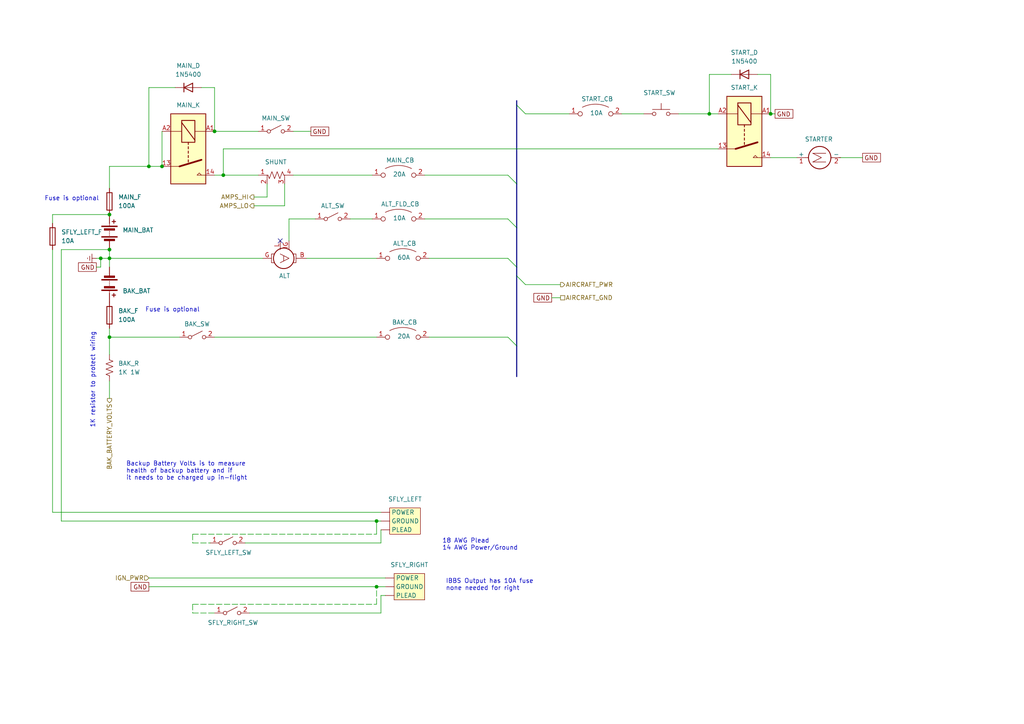
<source format=kicad_sch>
(kicad_sch (version 20250114) (generator "eeschema") (generator_version "9.0")
  (paper "A4")
  (title_block (title "Lycoming") (date "2025-11-01") (rev "1.1"))
  (lib_symbols
    (symbol "Device:Battery" (pin_numbers (hide yes)) (pin_names (offset 0) (hide yes))
      (property "Reference" "BT" (at 2.54 2.54 0))
      (property "Value" "Battery" (at 2.54 0 0))
      (symbol "Battery_0_1"
        (rectangle (start -2.286 1.778) (end 2.286 1.524) (fill (type outline)))
        (rectangle (start -2.286 -1.27) (end 2.286 -1.524) (fill (type outline)))
        (rectangle (start -1.524 1.016) (end 1.524 0.508) (fill (type outline)))
        (rectangle (start -1.524 -2.032) (end 1.524 -2.54) (fill (type outline)))
        (polyline (pts (xy 0 1.778) (xy 0 2.54)))
        (polyline (pts (xy 0 0) (xy 0 0.254)))
        (polyline (pts (xy 0 -0.508) (xy 0 -0.254)))
        (polyline (pts (xy 0 -1.016) (xy 0 -0.762)))
        (polyline (pts (xy 0.762 3.048) (xy 1.778 3.048)) (stroke (width 0.254)))
        (polyline (pts (xy 1.27 3.556) (xy 1.27 2.54)) (stroke (width 0.254)))
      )
      (symbol "Battery_1_1"
        (pin passive line (at 0 5.08 270) (length 2.54) (name "+") (number "1"))
        (pin passive line (at 0 -5.08 90) (length 2.54) (name "-") (number "2"))
      )
    )
    (symbol "Device:CircuitBreaker_1P_US"
      (property "Reference" "CB" (at 3.175 -1.27 0))
      (property "Value" "CircuitBreaker_1P_US" (at 3.175 0.635 0))
      (symbol "CircuitBreaker_1P_US_0_1"
        (arc (start 1.905 3.81) (mid 2.8044 0) (end 1.905 -3.81))
        (circle (center 0 4.445) (radius 0.635))
        (circle (center 0 -4.445) (radius 0.635))
      )
      (symbol "CircuitBreaker_1P_US_1_1"
        (pin passive line (at 0 7.62 270) (length 2.54) (name "~") (number "1"))
        (pin passive line (at 0 -7.62 90) (length 2.54) (name "~") (number "2"))
      )
    )
    (symbol "Device:Fuse" (pin_numbers (hide yes)) (pin_names (offset 0))
      (property "Reference" "F" (at 2.032 0 90))
      (property "Value" "Fuse" (at -1.905 0 90))
      (symbol "Fuse_0_1"
        (rectangle (start -0.762 -2.54) (end 0.762 2.54) (stroke (width 0.254)))
        (polyline (pts (xy 0 2.54) (xy 0 -2.54)))
      )
      (symbol "Fuse_1_1"
        (pin passive line (at 0 3.81 270) (length 1.27) (name "~") (number "1"))
        (pin passive line (at 0 -3.81 90) (length 1.27) (name "~") (number "2"))
      )
    )
    (symbol "Device:R_Shunt_US" (pin_names (offset 0) (hide yes))
      (property "Reference" "R" (at -5.08 0 90))
      (property "Value" "R_Shunt_US" (at -3.048 0 90))
      (symbol "R_Shunt_US_1_1"
        (polyline (pts (xy 0 2.286) (xy 0 2.54)))
        (polyline (pts (xy 0 2.286) (xy 1.016 1.905) (xy 0 1.524) (xy -1.016 1.143) (xy 0 0.762)))
        (polyline (pts (xy 0 0.762) (xy 1.016 0.381) (xy 0 0) (xy -1.016 -0.381) (xy 0 -0.762)))
        (polyline (pts (xy 0 -0.762) (xy 1.016 -1.143) (xy 0 -1.524) (xy -1.016 -1.905) (xy 0 -2.286)))
        (polyline (pts (xy 0 -2.286) (xy 0 -2.54)))
        (polyline (pts (xy 0 -2.54) (xy 1.27 -2.54)))
        (polyline (pts (xy 1.27 2.54) (xy 0 2.54)))
        (pin passive line (at 0 5.08 270) (length 2.54) (name "~") (number "1"))
        (pin passive line (at 0 -5.08 90) (length 2.54) (name "~") (number "4"))
        (pin passive line (at 2.54 2.54 180) (length 1.27) (name "~") (number "2"))
        (pin passive line (at 2.54 -2.54 180) (length 1.27) (name "~") (number "3"))
      )
    )
    (symbol "Device:R_US" (pin_numbers (hide yes)) (pin_names (offset 0))
      (property "Reference" "R" (at 2.54 0 90))
      (property "Value" "R_US" (at -2.54 0 90))
      (symbol "R_US_0_1"
        (polyline (pts (xy 0 2.286) (xy 0 2.54)))
        (polyline (pts (xy 0 2.286) (xy 1.016 1.905) (xy 0 1.524) (xy -1.016 1.143) (xy 0 0.762)))
        (polyline (pts (xy 0 0.762) (xy 1.016 0.381) (xy 0 0) (xy -1.016 -0.381) (xy 0 -0.762)))
        (polyline (pts (xy 0 -0.762) (xy 1.016 -1.143) (xy 0 -1.524) (xy -1.016 -1.905) (xy 0 -2.286)))
        (polyline (pts (xy 0 -2.286) (xy 0 -2.54)))
      )
      (symbol "R_US_1_1"
        (pin passive line (at 0 3.81 270) (length 1.27) (name "~") (number "1"))
        (pin passive line (at 0 -3.81 90) (length 1.27) (name "~") (number "2"))
      )
    )
    (symbol "Diode:1N5400" (pin_numbers (hide yes)) (pin_names (hide yes))
      (property "Reference" "D" (at 0 2.54 0))
      (property "Value" "1N5400" (at 0 -2.54 0))
      (symbol "1N5400_0_1"
        (polyline (pts (xy -1.27 1.27) (xy -1.27 -1.27)) (stroke (width 0.254)))
        (polyline (pts (xy 1.27 1.27) (xy 1.27 -1.27) (xy -1.27 0) (xy 1.27 1.27)) (stroke (width 0.254)))
        (polyline (pts (xy 1.27 0) (xy -1.27 0)))
      )
      (symbol "1N5400_1_1"
        (pin passive line (at -3.81 0 0) (length 2.54) (name "K") (number "1"))
        (pin passive line (at 3.81 0 180) (length 2.54) (name "A") (number "2"))
      )
    )
    (symbol "Motor:Motor_DC" (pin_names (offset 0))
      (property "Reference" "M" (at 2.54 2.54 0))
      (property "Value" "Motor_DC" (at 2.54 -5.08 0))
      (symbol "Motor_DC_0_0"
        (polyline (pts (xy -1.27 -3.302) (xy -1.27 0.508) (xy 0 -2.032) (xy 1.27 0.508) (xy 1.27 -3.302)))
      )
      (symbol "Motor_DC_0_1"
        (polyline (pts (xy 0 2.032) (xy 0 2.54)))
        (polyline (pts (xy 0 1.7272) (xy 0 2.0828)))
        (circle (center 0 -1.524) (radius 3.2512) (stroke (width 0.254)))
        (polyline (pts (xy 0 -4.7752) (xy 0 -5.1816)))
        (polyline (pts (xy 0 -7.62) (xy 0 -7.112)))
      )
      (symbol "Motor_DC_1_1"
        (pin passive line (at 0 5.08 270) (length 2.54) (name "+") (number "1"))
        (pin passive line (at 0 -7.62 90) (length 2.54) (name "-") (number "2"))
      )
    )
    (symbol "Relay:Relay_SPST-NO"
      (property "Reference" "K" (at 11.43 3.81 0))
      (property "Value" "Relay_SPST-NO" (at 11.43 1.27 0))
      (symbol "Relay_SPST-NO_0_0"
        (polyline (pts (xy 7.62 5.08) (xy 7.62 2.54) (xy 6.985 3.175) (xy 7.62 3.81)))
      )
      (symbol "Relay_SPST-NO_0_1"
        (rectangle (start -10.16 5.08) (end 10.16 -5.08) (stroke (width 0.254)) (fill (type background)))
        (rectangle (start -8.255 1.905) (end -1.905 -1.905) (stroke (width 0.254)))
        (polyline (pts (xy -7.62 -1.905) (xy -2.54 1.905)) (stroke (width 0.254)))
        (polyline (pts (xy -5.08 5.08) (xy -5.08 1.905)))
        (polyline (pts (xy -5.08 -5.08) (xy -5.08 -1.905)))
        (polyline (pts (xy -1.905 0) (xy -1.27 0)) (stroke (width 0.254)))
        (polyline (pts (xy -0.635 0) (xy 0 0)) (stroke (width 0.254)))
        (polyline (pts (xy 0.635 0) (xy 1.27 0)) (stroke (width 0.254)))
        (polyline (pts (xy 1.905 0) (xy 2.54 0)) (stroke (width 0.254)))
        (polyline (pts (xy 3.175 0) (xy 3.81 0)) (stroke (width 0.254)))
        (polyline (pts (xy 5.08 -2.54) (xy 3.175 3.81)) (stroke (width 0.508)))
        (polyline (pts (xy 5.08 -2.54) (xy 5.08 -5.08)))
      )
      (symbol "Relay_SPST-NO_1_1"
        (pin passive line (at -5.08 7.62 270) (length 2.54) (name "~") (number "A1"))
        (pin passive line (at -5.08 -7.62 90) (length 2.54) (name "~") (number "A2"))
        (pin passive line (at 5.08 -7.62 90) (length 2.54) (name "~") (number "13"))
        (pin passive line (at 7.62 7.62 270) (length 2.54) (name "~") (number "14"))
      )
    )
    (symbol "SureFly_SIM_1"
      (property "Reference" "SureFly_SIM" (at 5.588 1.27 0))
      (symbol "SureFly_SIM_1_1_1"
        (rectangle (start 0 0) (end 8.89 -7.62) (fill (type background)))
        (pin power_in line (at 11.43 -1.27 180) (length 2.54) (name "POWER") (number ""))
        (pin passive line (at 11.43 -3.81 180) (length 2.54) (name "GROUND") (number ""))
        (pin passive line (at 11.43 -6.35 180) (length 2.54) (name "PLEAD") (number ""))
      )
    )
    (symbol "Switch:SW_Push" (pin_numbers (hide yes)) (pin_names (offset 1.016) (hide yes))
      (property "Reference" "SW" (at 1.27 2.54 0))
      (property "Value" "SW_Push" (at 0 -1.524 0))
      (symbol "SW_Push_0_1"
        (circle (center -2.032 0) (radius 0.508))
        (polyline (pts (xy 0 1.27) (xy 0 3.048)))
        (circle (center 2.032 0) (radius 0.508))
        (polyline (pts (xy 2.54 1.27) (xy -2.54 1.27)))
        (pin passive line (at -5.08 0 0) (length 2.54) (name "1") (number "1"))
        (pin passive line (at 5.08 0 180) (length 2.54) (name "2") (number "2"))
      )
    )
    (symbol "Switch:SW_SPST" (pin_names (offset 0) (hide yes))
      (property "Reference" "SW" (at 0 3.175 0))
      (property "Value" "SW_SPST" (at 0 -2.54 0))
      (symbol "SW_SPST_0_0"
        (circle (center -2.032 0) (radius 0.508))
        (polyline (pts (xy -1.524 0.254) (xy 1.524 1.778)))
        (circle (center 2.032 0) (radius 0.508))
      )
      (symbol "SW_SPST_1_1"
        (pin passive line (at -5.08 0 0) (length 2.54) (name "A") (number "1"))
        (pin passive line (at 5.08 0 180) (length 2.54) (name "B") (number "2"))
      )
    )
    (symbol "flyerx:Alternator_Regulated" (pin_names (offset 0))
      (property "Reference" "A" (at 2.54 2.54 0))
      (property "Value" "Alternator_Regulated" (at 2.54 -5.08 0))
      (symbol "Alternator_Regulated_0_0"
        (polyline (pts (xy -1.27 1.27) (xy -1.27 2.032) (xy 1.27 2.032) (xy 1.27 1.27)))
        (polyline (pts (xy -1.27 -4.318) (xy -1.27 -5.08) (xy 1.27 -5.08) (xy 1.27 -4.318)))
        (circle (center 0 -1.524) (radius 2.9718) (stroke (width 0.254)))
      )
      (symbol "Alternator_Regulated_0_1"
        (polyline (pts (xy -1.27 -2.54) (xy 0 0) (xy 1.27 -2.54)))
        (polyline (pts (xy -0.762 -1.524) (xy 0.762 -1.524)))
        (polyline (pts (xy 0 2.032) (xy 0 2.54)))
      )
      (symbol "Alternator_Regulated_1_1"
        (pin power_in line (at -5.08 0 0) (length 2.54) (name "") (number "IG"))
        (pin power_out line (at -5.08 -2.54 0) (length 2.54) (name "") (number "L"))
        (pin power_out line (at 0 5.08 270) (length 2.54) (name "") (number "B"))
        (pin passive line (at 0 -7.62 90) (length 2.54) (name "") (number "G"))
      )
    )
    (symbol "flyerx:SureFly_SIM"
      (property "Reference" "SureFly_SIM" (at 5.588 1.27 0))
      (symbol "SureFly_SIM_1_1"
        (rectangle (start 0 0) (end 8.89 -7.62) (fill (type background)))
        (pin power_in line (at 11.43 -1.27 180) (length 2.54) (name "POWER") (number ""))
        (pin passive line (at 11.43 -3.81 180) (length 2.54) (name "GROUND") (number ""))
        (pin passive line (at 11.43 -6.35 180) (length 2.54) (name "PLEAD") (number ""))
      )
    )
    (symbol "power:Earth" (power) (pin_numbers (hide yes)) (pin_names (offset 0) (hide yes))
      (property "Value" "Earth" (at 0 -3.81 0))
      (symbol "Earth_0_1"
        (polyline (pts (xy -0.635 -1.905) (xy 0.635 -1.905)))
        (polyline (pts (xy -0.127 -2.54) (xy 0.127 -2.54)))
        (polyline (pts (xy 0 -1.27) (xy 0 0)))
        (polyline (pts (xy 1.27 -1.27) (xy -1.27 -1.27)))
      )
      (symbol "Earth_1_1"
        (pin power_in line (at 0 0 270) (length 0) (name "~") (number "1"))
      )
    )
  )
  (text "IBBS Output has 10A fuse\nnone needed for right" (at 129.286 169.672 0) (effects (font (size 1.27 1.27)) (justify left)))
  (text "Backup Battery Volts is to measure\nhealth of backup battery and if\nit needs to be charged up in-flight" (at 36.576 139.446 0) (effects (font (size 1.27 1.27)) (justify left bottom)))
  (text "1K resistor to protect wiring" (at 26.924 110.236 90) (effects (font (size 1.27 1.27))))
  (text "Fuse is optional" (at 20.828 57.658 0) (effects (font (size 1.27 1.27))))
  (text "18 AWG Plead\n14 AWG Power/Ground" (at 128.27 157.988 0) (effects (font (size 1.27 1.27)) (justify left)))
  (text "Fuse is optional" (at 50.038 89.916 0) (effects (font (size 1.27 1.27))))
  (junction (at 43.18 48.26))
  (junction (at 46.99 48.26))
  (junction (at 29.21 74.93))
  (junction (at 109.22 151.13))
  (junction (at 31.75 72.39))
  (junction (at 109.22 170.18))
  (junction (at 31.75 62.23))
  (junction (at 31.75 97.79))
  (junction (at 62.23 38.1))
  (junction (at 64.77 50.8))
  (junction (at 223.52 33.02))
  (junction (at 31.75 74.93))
  (junction (at 205.74 33.02))
  (no_connect (at 81.28 69.85))
  (bus_entry (at 149.86 30.48) (size 2.54 2.54))
  (bus_entry (at 147.32 97.79) (size 2.54 2.54))
  (bus_entry (at 147.32 50.8) (size 2.54 2.54))
  (bus_entry (at 147.32 63.5) (size 2.54 2.54))
  (bus_entry (at 147.32 74.93) (size 2.54 2.54))
  (bus_entry (at 149.86 80.01) (size 2.54 2.54))
  (wire (pts (xy 123.19 63.5) (xy 147.32 63.5)))
  (wire (pts (xy 219.71 21.59) (xy 223.52 21.59)))
  (wire (pts (xy 196.85 33.02) (xy 205.74 33.02)))
  (wire (pts (xy 15.24 148.59) (xy 110.49 148.59)))
  (wire (pts (xy 85.09 50.8) (xy 107.95 50.8)))
  (wire (pts (xy 101.6 63.5) (xy 107.95 63.5)))
  (wire (pts (xy 31.75 97.79) (xy 31.75 95.25)))
  (wire (pts (xy 88.9 74.93) (xy 109.22 74.93)))
  (wire (pts (xy 17.78 72.39) (xy 31.75 72.39)))
  (wire (pts (xy 62.23 97.79) (xy 109.22 97.79)))
  (wire (pts (xy 71.12 157.48) (xy 110.49 157.48)))
  (wire (pts (xy 110.49 151.13) (xy 109.22 151.13)))
  (wire (pts (xy 205.74 33.02) (xy 208.28 33.02)))
  (wire (pts (xy 55.88 175.26) (xy 55.88 177.8)) (stroke (width 0) (type dash)))
  (wire (pts (xy 15.24 72.39) (xy 15.24 148.59)))
  (wire (pts (xy 31.75 97.79) (xy 52.07 97.79)))
  (wire (pts (xy 224.79 33.02) (xy 223.52 33.02)))
  (wire (pts (xy 27.94 77.47) (xy 29.21 77.47)))
  (wire (pts (xy 152.4 33.02) (xy 165.1 33.02)))
  (wire (pts (xy 83.82 69.85) (xy 83.82 63.5)))
  (wire (pts (xy 109.22 154.94) (xy 109.22 151.13)))
  (wire (pts (xy 64.77 43.18) (xy 64.77 50.8)))
  (wire (pts (xy 17.78 72.39) (xy 17.78 151.13)))
  (wire (pts (xy 43.18 25.4) (xy 50.8 25.4)))
  (wire (pts (xy 43.18 167.64) (xy 111.76 167.64)))
  (wire (pts (xy 110.49 172.72) (xy 111.76 172.72)))
  (wire (pts (xy 43.18 48.26) (xy 46.99 48.26)))
  (wire (pts (xy 46.99 38.1) (xy 46.99 48.26)))
  (wire (pts (xy 62.23 25.4) (xy 62.23 38.1)))
  (wire (pts (xy 212.09 21.59) (xy 205.74 21.59)))
  (wire (pts (xy 43.18 170.18) (xy 109.22 170.18)))
  (wire (pts (xy 43.18 25.4) (xy 43.18 48.26)))
  (bus (pts (xy 149.86 80.01) (xy 149.86 100.33)))
  (wire (pts (xy 55.88 175.26) (xy 109.22 175.26)) (stroke (width 0) (type dash)))
  (bus (pts (xy 149.86 77.47) (xy 149.86 80.01)))
  (wire (pts (xy 31.75 74.93) (xy 76.2 74.93)))
  (bus (pts (xy 149.86 100.33) (xy 149.86 109.22)))
  (wire (pts (xy 110.49 177.8) (xy 110.49 172.72)))
  (wire (pts (xy 55.88 177.8) (xy 62.23 177.8)) (stroke (width 0) (type dash)))
  (wire (pts (xy 58.42 25.4) (xy 62.23 25.4)))
  (wire (pts (xy 110.49 153.67) (xy 110.49 157.48)))
  (wire (pts (xy 73.66 59.69) (xy 82.55 59.69)))
  (wire (pts (xy 62.23 38.1) (xy 74.93 38.1)))
  (wire (pts (xy 55.88 157.48) (xy 60.96 157.48)) (stroke (width 0) (type dash)))
  (wire (pts (xy 55.88 154.94) (xy 55.88 157.48)) (stroke (width 0) (type dash)))
  (wire (pts (xy 77.47 57.15) (xy 77.47 53.34)))
  (wire (pts (xy 27.94 74.93) (xy 29.21 74.93)))
  (wire (pts (xy 64.77 50.8) (xy 74.93 50.8)))
  (wire (pts (xy 31.75 48.26) (xy 43.18 48.26)))
  (wire (pts (xy 223.52 45.72) (xy 231.14 45.72)))
  (wire (pts (xy 31.75 74.93) (xy 31.75 77.47)))
  (wire (pts (xy 180.34 33.02) (xy 186.69 33.02)))
  (wire (pts (xy 15.24 62.23) (xy 31.75 62.23)))
  (wire (pts (xy 111.76 170.18) (xy 109.22 170.18)))
  (wire (pts (xy 31.75 48.26) (xy 31.75 54.61)))
  (wire (pts (xy 124.46 74.93) (xy 147.32 74.93)))
  (bus (pts (xy 149.86 53.34) (xy 149.86 66.04)))
  (wire (pts (xy 243.84 45.72) (xy 250.19 45.72)))
  (bus (pts (xy 149.86 29.21) (xy 149.86 30.48)))
  (wire (pts (xy 85.09 38.1) (xy 90.17 38.1)))
  (wire (pts (xy 205.74 21.59) (xy 205.74 33.02)))
  (wire (pts (xy 31.75 72.39) (xy 31.75 74.93)))
  (wire (pts (xy 160.02 86.36) (xy 162.56 86.36)))
  (wire (pts (xy 15.24 64.77) (xy 15.24 62.23)))
  (wire (pts (xy 55.88 154.94) (xy 109.22 154.94)) (stroke (width 0) (type dash)))
  (wire (pts (xy 29.21 77.47) (xy 29.21 74.93)))
  (wire (pts (xy 29.21 74.93) (xy 31.75 74.93)))
  (wire (pts (xy 124.46 97.79) (xy 147.32 97.79)))
  (wire (pts (xy 72.39 177.8) (xy 110.49 177.8)))
  (wire (pts (xy 82.55 59.69) (xy 82.55 53.34)))
  (wire (pts (xy 73.66 57.15) (xy 77.47 57.15)))
  (bus (pts (xy 149.86 30.48) (xy 149.86 53.34)))
  (wire (pts (xy 64.77 43.18) (xy 208.28 43.18)))
  (wire (pts (xy 123.19 50.8) (xy 147.32 50.8)))
  (wire (pts (xy 31.75 97.79) (xy 31.75 102.87)))
  (wire (pts (xy 62.23 50.8) (xy 64.77 50.8)))
  (wire (pts (xy 223.52 21.59) (xy 223.52 33.02)))
  (bus (pts (xy 149.86 66.04) (xy 149.86 77.47)))
  (wire (pts (xy 17.78 151.13) (xy 109.22 151.13)))
  (wire (pts (xy 83.82 63.5) (xy 91.44 63.5)))
  (wire (pts (xy 109.22 175.26) (xy 109.22 170.18)) (stroke (width 0) (type dash)))
  (wire (pts (xy 31.75 110.49) (xy 31.75 115.57)))
  (wire (pts (xy 152.4 82.55) (xy 162.56 82.55)))
  (global_label "GND" (shape passive) (at 224.79 33.02 0) (property "Intersheetrefs" "${INTERSHEET_REFS}" (effects (hide yes))))
  (global_label "GND" (shape passive) (at 90.17 38.1 0) (property "Intersheetrefs" "${INTERSHEET_REFS}" (effects (hide yes))))
  (global_label "GND" (shape passive) (at 160.02 86.36 180) (property "Intersheetrefs" "${INTERSHEET_REFS}" (effects (hide yes))))
  (global_label "GND" (shape passive) (at 250.19 45.72 0) (property "Intersheetrefs" "${INTERSHEET_REFS}" (effects (hide yes))))
  (global_label "GND" (shape passive) (at 27.94 77.47 180) (property "Intersheetrefs" "${INTERSHEET_REFS}" (effects (hide yes))))
  (global_label "GND" (shape passive) (at 43.18 170.18 180) (property "Intersheetrefs" "${INTERSHEET_REFS}" (effects (hide yes))))
  (hierarchical_label "AIRCRAFT_GND" (shape passive) (at 162.56 86.36 0))
  (hierarchical_label "BAK_BATTERY_VOLTS" (shape output) (at 31.75 115.57 270))
  (hierarchical_label "IGN_PWR" (shape input) (at 43.18 167.64 180))
  (hierarchical_label "AMPS_HI" (shape output) (at 73.66 57.15 180))
  (hierarchical_label "AMPS_LO" (shape output) (at 73.66 59.69 180))
  (hierarchical_label "AIRCRAFT_PWR" (shape output) (at 162.56 82.55 0))
  (symbol (lib_name "SureFly_SIM_1") (lib_id "flyerx:SureFly_SIM") (at 123.19 166.37 0) (mirror y) (unit 1)
    (property "Reference" "SFLY_RIGHT" (at 118.745 163.83 0))
  )
  (symbol (lib_id "Switch:SW_SPST") (at 66.04 157.48 0) (unit 1)
    (property "Reference" "SFLY_LEFT_SW" (at 66.294 160.274 0))
  )
  (symbol (lib_id "Diode:1N5400") (at 54.61 25.4 0) (unit 1)
    (property "Reference" "MAIN_D" (at 54.61 19.05 0))
    (property "Value" "1N5400" (at 54.61 21.59 0))
    (property "Footprint" "Diode_THT:D_DO-201AD_P15.24mm_Horizontal" (effects (hide yes)))
    (property "Datasheet" "http://www.vishay.com/docs/88516/1n5400.pdf" (effects (hide yes)))
    (property "Description" "50V 3A General Purpose Rectifier Diode, DO-201AD" (effects (hide yes)))
    (property "Sim.Device" "D" (effects (hide yes)))
    (property "Sim.Pins" "1=K 2=A" (effects (hide yes)))
  )
  (symbol (lib_id "Device:Battery") (at 31.75 67.31 0) (unit 1)
    (property "Reference" "MAIN_BAT" (at 35.56 66.7384 0) (effects (justify left)))
    (property "Value" "Battery" (effects (hide yes)))
  )
  (symbol (lib_id "Switch:SW_Push") (at 191.77 33.02 0) (unit 1)
    (property "Reference" "START_SW" (at 191.262 26.924 0))
    (property "Value" "SW_Push" (effects (hide yes)))
  )
  (symbol (lib_id "Device:Fuse") (at 31.75 91.44 0) (unit 1)
    (property "Reference" "BAK_F" (at 34.29 90.1699 0) (effects (justify left)))
    (property "Value" "100A" (at 34.29 92.7099 0) (effects (justify left)))
    (property "Description" "Fuse" (effects (hide yes)))
  )
  (symbol (lib_id "Relay:Relay_SPST-NO") (at 215.9 38.1 270) (unit 1)
    (property "Reference" "START_K" (at 215.9 25.4 90))
    (property "Value" "Relay_SPST-NO" (effects (hide yes)))
    (property "Description" "Relay SPST, normally open, EN50005" (effects (hide yes)))
  )
  (symbol (lib_id "Device:CircuitBreaker_1P_US") (at 115.57 63.5 90) (unit 1)
    (property "Reference" "ALT_FLD_CB" (at 116.078 59.182 90))
    (property "Value" "10A" (at 115.824 63.246 90))
    (property "Description" "Single pole circuit breaker, US symbol" (effects (hide yes)))
  )
  (symbol (lib_id "Switch:SW_SPST") (at 96.52 63.5 0) (unit 1)
    (property "Reference" "ALT_SW" (at 96.52 59.69 0))
  )
  (symbol (lib_id "Device:CircuitBreaker_1P_US") (at 116.84 97.79 90) (unit 1)
    (property "Reference" "BAK_CB" (at 117.348 93.472 90))
    (property "Value" "20A" (at 117.094 97.536 90))
    (property "Description" "Single pole circuit breaker, US symbol" (effects (hide yes)))
  )
  (symbol (lib_id "Device:Fuse") (at 15.24 68.58 0) (unit 1)
    (property "Reference" "SFLY_LEFT_F" (at 17.78 67.3099 0) (effects (justify left)))
    (property "Value" "10A" (at 17.78 69.8499 0) (effects (justify left)))
    (property "Description" "Fuse" (effects (hide yes)))
  )
  (symbol (lib_id "flyerx:SureFly_SIM") (at 121.92 147.32 0) (mirror y) (unit 1)
    (property "Reference" "SFLY_LEFT" (at 117.475 144.78 0))
  )
  (symbol (lib_id "flyerx:Alternator_Regulated") (at 83.82 74.93 270) (unit 1)
    (property "Reference" "ALT" (at 82.55 80.01 90))
    (property "Value" "Alternator_Regulated" (effects (hide yes)))
    (property "Description" "3 Wire Alternator with Regulator" (effects (hide yes)))
  )
  (symbol (lib_id "Switch:SW_SPST") (at 57.15 97.79 0) (unit 1)
    (property "Reference" "BAK_SW" (at 57.15 93.98 0))
  )
  (symbol (lib_id "Device:CircuitBreaker_1P_US") (at 115.57 50.8 90) (unit 1)
    (property "Reference" "MAIN_CB" (at 116.078 46.482 90))
    (property "Value" "20A" (at 115.824 50.546 90))
    (property "Description" "Single pole circuit breaker, US symbol" (effects (hide yes)))
  )
  (symbol (lib_id "Device:CircuitBreaker_1P_US") (at 172.72 33.02 90) (unit 1)
    (property "Reference" "START_CB" (at 173.228 28.702 90))
    (property "Value" "10A" (at 172.974 32.766 90))
    (property "Description" "Single pole circuit breaker, US symbol" (effects (hide yes)))
  )
  (symbol (lib_id "Device:Fuse") (at 31.75 58.42 0) (unit 1)
    (property "Reference" "MAIN_F" (at 34.29 57.1499 0) (effects (justify left)))
    (property "Value" "100A" (at 34.29 59.6899 0) (effects (justify left)))
    (property "Description" "Fuse" (effects (hide yes)))
  )
  (symbol (lib_id "power:Earth") (at 27.94 74.93 270) (unit 1)
    (property "Reference" "#PWR03" (effects (hide yes)))
    (property "Value" "Earth" (effects (hide yes)))
    (property "Description" "Power symbol creates a global label with name \"Earth\"" (effects (hide yes)))
  )
  (symbol (lib_id "Motor:Motor_DC") (at 236.22 45.72 90) (unit 1)
    (property "Reference" "STARTER" (at 237.49 40.386 90))
    (property "Value" "Motor_DC" (effects (hide yes)))
    (property "Description" "DC Motor" (effects (hide yes)))
  )
  (symbol (lib_id "Switch:SW_SPST") (at 67.31 177.8 0) (unit 1)
    (property "Reference" "SFLY_RIGHT_SW" (at 67.564 180.594 0))
  )
  (symbol (lib_id "Device:R_Shunt_US") (at 80.01 50.8 90) (mirror x) (unit 1)
    (property "Reference" "SHUNT" (at 80.01 46.99 90))
    (property "Value" "R_Shunt_US" (effects (hide yes)))
    (property "Description" "Shunt resistor with Kelvin connections, US symbol" (effects (hide yes)))
  )
  (symbol (lib_id "Device:R_US") (at 31.75 106.68 0) (unit 1)
    (property "Reference" "BAK_R" (at 34.29 105.4099 0) (effects (justify left)))
    (property "Value" "1K 1W" (at 34.29 107.9499 0) (effects (justify left)))
    (property "Description" "Resistor, US symbol" (effects (hide yes)))
  )
  (symbol (lib_id "Switch:SW_SPST") (at 80.01 38.1 0) (unit 1)
    (property "Reference" "MAIN_SW" (at 80.01 34.29 0))
  )
  (symbol (lib_id "Device:Battery") (at 31.75 82.55 0) (mirror x) (unit 1)
    (property "Reference" "BAK_BAT" (at 35.56 84.3915 0) (effects (justify left)))
    (property "Value" "Battery" (effects (hide yes)))
  )
  (symbol (lib_id "Device:CircuitBreaker_1P_US") (at 116.84 74.93 90) (unit 1)
    (property "Reference" "ALT_CB" (at 117.348 70.612 90))
    (property "Value" "60A" (at 117.094 74.676 90))
    (property "Description" "Single pole circuit breaker, US symbol" (effects (hide yes)))
  )
  (symbol (lib_id "Diode:1N5400") (at 215.9 21.59 0) (unit 1)
    (property "Reference" "START_D" (at 215.9 15.24 0))
    (property "Value" "1N5400" (at 215.9 17.78 0))
    (property "Footprint" "Diode_THT:D_DO-201AD_P15.24mm_Horizontal" (effects (hide yes)))
    (property "Datasheet" "http://www.vishay.com/docs/88516/1n5400.pdf" (effects (hide yes)))
    (property "Description" "50V 3A General Purpose Rectifier Diode, DO-201AD" (effects (hide yes)))
    (property "Sim.Device" "D" (effects (hide yes)))
    (property "Sim.Pins" "1=K 2=A" (effects (hide yes)))
  )
  (symbol (lib_id "Relay:Relay_SPST-NO") (at 54.61 43.18 270) (unit 1)
    (property "Reference" "MAIN_K" (at 54.61 30.48 90))
    (property "Value" "Relay_SPST-NO" (effects (hide yes)))
    (property "Description" "Relay SPST, normally open, EN50005" (effects (hide yes)))
  )
)
</source>
